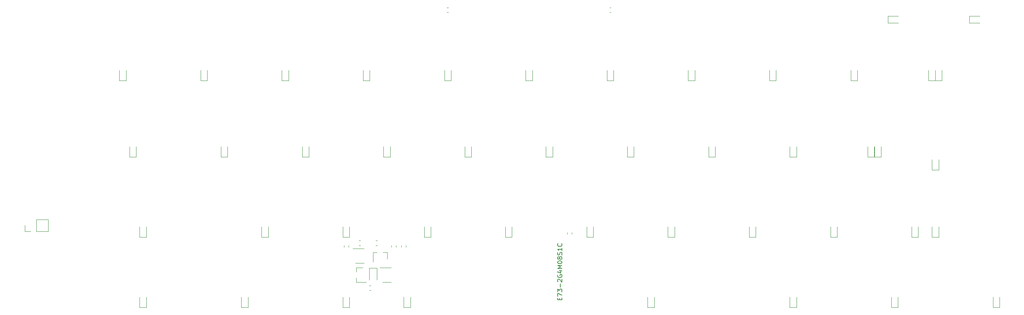
<source format=gto>
G04 #@! TF.GenerationSoftware,KiCad,Pcbnew,(5.1.5-0-10_14)*
G04 #@! TF.CreationDate,2020-12-02T09:52:56-06:00*
G04 #@! TF.ProjectId,nrfmicro,6e72666d-6963-4726-9f2e-6b696361645f,rev?*
G04 #@! TF.SameCoordinates,Original*
G04 #@! TF.FileFunction,Legend,Top*
G04 #@! TF.FilePolarity,Positive*
%FSLAX46Y46*%
G04 Gerber Fmt 4.6, Leading zero omitted, Abs format (unit mm)*
G04 Created by KiCad (PCBNEW (5.1.5-0-10_14)) date 2020-12-02 09:52:56*
%MOMM*%
%LPD*%
G04 APERTURE LIST*
%ADD10C,0.120000*%
%ADD11C,0.150000*%
G04 APERTURE END LIST*
D10*
X92400000Y-75848307D02*
X89950000Y-75848307D01*
X90600000Y-79068307D02*
X92400000Y-79068307D01*
X98400000Y-80098305D02*
X95950000Y-80098305D01*
X96600000Y-83318305D02*
X98400000Y-83318305D01*
X95412779Y-74114975D02*
X95087221Y-74114975D01*
X95412779Y-75134975D02*
X95087221Y-75134975D01*
X87990000Y-75170529D02*
X87990000Y-75496087D01*
X89010000Y-75170529D02*
X89010000Y-75496087D01*
X100740000Y-75170529D02*
X100740000Y-75496087D01*
X101760000Y-75170529D02*
X101760000Y-75496087D01*
X99510000Y-75496087D02*
X99510000Y-75170529D01*
X98490000Y-75496087D02*
X98490000Y-75170529D01*
X91662779Y-74114975D02*
X91337221Y-74114975D01*
X91662779Y-75134975D02*
X91337221Y-75134975D01*
X138510000Y-72662755D02*
X138510000Y-72337197D01*
X137490000Y-72662755D02*
X137490000Y-72337197D01*
X146837221Y-23426666D02*
X147162779Y-23426666D01*
X146837221Y-22406666D02*
X147162779Y-22406666D01*
X111162779Y-22406666D02*
X110837221Y-22406666D01*
X111162779Y-23426666D02*
X110837221Y-23426666D01*
X93587221Y-85051637D02*
X93912779Y-85051637D01*
X93587221Y-84031637D02*
X93912779Y-84031637D01*
X97580000Y-76698307D02*
X97580000Y-78158307D01*
X94420000Y-76698307D02*
X94420000Y-78858307D01*
X94420000Y-76698307D02*
X95350000Y-76698307D01*
X97580000Y-76698307D02*
X96650000Y-76698307D01*
X90740000Y-80128305D02*
X92200000Y-80128305D01*
X90740000Y-83288305D02*
X92900000Y-83288305D01*
X90740000Y-83288305D02*
X90740000Y-82358305D01*
X90740000Y-80128305D02*
X90740000Y-81058305D01*
X95350000Y-80208305D02*
X95350000Y-82758305D01*
X93650000Y-80208305D02*
X93650000Y-82758305D01*
X95350000Y-80208305D02*
X93650000Y-80208305D01*
X226515000Y-25776665D02*
X228800000Y-25776665D01*
X226515000Y-24306665D02*
X226515000Y-25776665D01*
X228800000Y-24306665D02*
X226515000Y-24306665D01*
X208515000Y-25776665D02*
X210800000Y-25776665D01*
X208515000Y-24306665D02*
X208515000Y-25776665D01*
X210800000Y-24306665D02*
X208515000Y-24306665D01*
X233235000Y-88859969D02*
X233235000Y-86574969D01*
X231765000Y-88859969D02*
X233235000Y-88859969D01*
X231765000Y-86574969D02*
X231765000Y-88859969D01*
X210735000Y-88859969D02*
X210735000Y-86574969D01*
X209265000Y-88859969D02*
X210735000Y-88859969D01*
X209265000Y-86574969D02*
X209265000Y-88859969D01*
X188235000Y-88859969D02*
X188235000Y-86574969D01*
X186765000Y-88859969D02*
X188235000Y-88859969D01*
X186765000Y-86574969D02*
X186765000Y-88859969D01*
X156735000Y-88859969D02*
X156735000Y-86574969D01*
X155265000Y-88859969D02*
X156735000Y-88859969D01*
X155265000Y-86574969D02*
X155265000Y-88859969D01*
X219735000Y-58401650D02*
X219735000Y-56116650D01*
X218265000Y-58401650D02*
X219735000Y-58401650D01*
X218265000Y-56116650D02*
X218265000Y-58401650D01*
X102735000Y-88859969D02*
X102735000Y-86574969D01*
X101265000Y-88859969D02*
X102735000Y-88859969D01*
X101265000Y-86574969D02*
X101265000Y-88859969D01*
X220485000Y-38568326D02*
X220485000Y-36283326D01*
X219015000Y-38568326D02*
X220485000Y-38568326D01*
X219015000Y-36283326D02*
X219015000Y-38568326D01*
X89235000Y-88859969D02*
X89235000Y-86574969D01*
X87765000Y-88859969D02*
X89235000Y-88859969D01*
X87765000Y-86574969D02*
X87765000Y-88859969D01*
X66735000Y-88859969D02*
X66735000Y-86574969D01*
X65265000Y-88859969D02*
X66735000Y-88859969D01*
X65265000Y-86574969D02*
X65265000Y-88859969D01*
X44235000Y-88859969D02*
X44235000Y-86574969D01*
X42765000Y-88859969D02*
X44235000Y-88859969D01*
X42765000Y-86574969D02*
X42765000Y-88859969D01*
X219735000Y-73276643D02*
X219735000Y-70991643D01*
X218265000Y-73276643D02*
X219735000Y-73276643D01*
X218265000Y-70991643D02*
X218265000Y-73276643D01*
X215235000Y-73276643D02*
X215235000Y-70991643D01*
X213765000Y-73276643D02*
X215235000Y-73276643D01*
X213765000Y-70991643D02*
X213765000Y-73276643D01*
X197235000Y-73276643D02*
X197235000Y-70991643D01*
X195765000Y-73276643D02*
X197235000Y-73276643D01*
X195765000Y-70991643D02*
X195765000Y-73276643D01*
X179235000Y-73276643D02*
X179235000Y-70991643D01*
X177765000Y-73276643D02*
X179235000Y-73276643D01*
X177765000Y-70991643D02*
X177765000Y-73276643D01*
X161235000Y-73276643D02*
X161235000Y-70991643D01*
X159765000Y-73276643D02*
X161235000Y-73276643D01*
X159765000Y-70991643D02*
X159765000Y-73276643D01*
X143235000Y-73276643D02*
X143235000Y-70991643D01*
X141765000Y-73276643D02*
X143235000Y-73276643D01*
X141765000Y-70991643D02*
X141765000Y-73276643D01*
X125235000Y-73276643D02*
X125235000Y-70991643D01*
X123765000Y-73276643D02*
X125235000Y-73276643D01*
X123765000Y-70991643D02*
X123765000Y-73276643D01*
X107235000Y-73276643D02*
X107235000Y-70991643D01*
X105765000Y-73276643D02*
X107235000Y-73276643D01*
X105765000Y-70991643D02*
X105765000Y-73276643D01*
X89235000Y-73276643D02*
X89235000Y-70991643D01*
X87765000Y-73276643D02*
X89235000Y-73276643D01*
X87765000Y-70991643D02*
X87765000Y-73276643D01*
X71235000Y-73276643D02*
X71235000Y-70991643D01*
X69765000Y-73276643D02*
X71235000Y-73276643D01*
X69765000Y-70991643D02*
X69765000Y-73276643D01*
X44235000Y-73276643D02*
X44235000Y-70991643D01*
X42765000Y-73276643D02*
X44235000Y-73276643D01*
X42765000Y-70991643D02*
X42765000Y-73276643D01*
X206985000Y-55568318D02*
X206985000Y-53283318D01*
X205515000Y-55568318D02*
X206985000Y-55568318D01*
X205515000Y-53283318D02*
X205515000Y-55568318D01*
X205485000Y-55568318D02*
X205485000Y-53283318D01*
X204015000Y-55568318D02*
X205485000Y-55568318D01*
X204015000Y-53283318D02*
X204015000Y-55568318D01*
X188235000Y-55568318D02*
X188235000Y-53283318D01*
X186765000Y-55568318D02*
X188235000Y-55568318D01*
X186765000Y-53283318D02*
X186765000Y-55568318D01*
X170235000Y-55568318D02*
X170235000Y-53283318D01*
X168765000Y-55568318D02*
X170235000Y-55568318D01*
X168765000Y-53283318D02*
X168765000Y-55568318D01*
X152235000Y-55568318D02*
X152235000Y-53283318D01*
X150765000Y-55568318D02*
X152235000Y-55568318D01*
X150765000Y-53283318D02*
X150765000Y-55568318D01*
X134235000Y-55568318D02*
X134235000Y-53283318D01*
X132765000Y-55568318D02*
X134235000Y-55568318D01*
X132765000Y-53283318D02*
X132765000Y-55568318D01*
X116235000Y-55568318D02*
X116235000Y-53283318D01*
X114765000Y-55568318D02*
X116235000Y-55568318D01*
X114765000Y-53283318D02*
X114765000Y-55568318D01*
X98235000Y-55568318D02*
X98235000Y-53283318D01*
X96765000Y-55568318D02*
X98235000Y-55568318D01*
X96765000Y-53283318D02*
X96765000Y-55568318D01*
X80235000Y-55568318D02*
X80235000Y-53283318D01*
X78765000Y-55568318D02*
X80235000Y-55568318D01*
X78765000Y-53283318D02*
X78765000Y-55568318D01*
X62235000Y-55568318D02*
X62235000Y-53283318D01*
X60765000Y-55568318D02*
X62235000Y-55568318D01*
X60765000Y-53283318D02*
X60765000Y-55568318D01*
X41985000Y-55568318D02*
X41985000Y-53283318D01*
X40515000Y-55568318D02*
X41985000Y-55568318D01*
X40515000Y-53283318D02*
X40515000Y-55568318D01*
X218985000Y-38568326D02*
X218985000Y-36283326D01*
X217515000Y-38568326D02*
X218985000Y-38568326D01*
X217515000Y-36283326D02*
X217515000Y-38568326D01*
X201735000Y-38568326D02*
X201735000Y-36283326D01*
X200265000Y-38568326D02*
X201735000Y-38568326D01*
X200265000Y-36283326D02*
X200265000Y-38568326D01*
X183735000Y-38568326D02*
X183735000Y-36283326D01*
X182265000Y-38568326D02*
X183735000Y-38568326D01*
X182265000Y-36283326D02*
X182265000Y-38568326D01*
X165735000Y-38568326D02*
X165735000Y-36283326D01*
X164265000Y-38568326D02*
X165735000Y-38568326D01*
X164265000Y-36283326D02*
X164265000Y-38568326D01*
X147735000Y-38568326D02*
X147735000Y-36283326D01*
X146265000Y-38568326D02*
X147735000Y-38568326D01*
X146265000Y-36283326D02*
X146265000Y-38568326D01*
X129735000Y-38568326D02*
X129735000Y-36283326D01*
X128265000Y-38568326D02*
X129735000Y-38568326D01*
X128265000Y-36283326D02*
X128265000Y-38568326D01*
X111735000Y-38568326D02*
X111735000Y-36283326D01*
X110265000Y-38568326D02*
X111735000Y-38568326D01*
X110265000Y-36283326D02*
X110265000Y-38568326D01*
X93735000Y-38568326D02*
X93735000Y-36283326D01*
X92265000Y-38568326D02*
X93735000Y-38568326D01*
X92265000Y-36283326D02*
X92265000Y-38568326D01*
X75735000Y-38568326D02*
X75735000Y-36283326D01*
X74265000Y-38568326D02*
X75735000Y-38568326D01*
X74265000Y-36283326D02*
X74265000Y-38568326D01*
X57735000Y-38568326D02*
X57735000Y-36283326D01*
X56265000Y-38568326D02*
X57735000Y-38568326D01*
X56265000Y-36283326D02*
X56265000Y-38568326D01*
X39735000Y-38568326D02*
X39735000Y-36283326D01*
X38265000Y-38568326D02*
X39735000Y-38568326D01*
X38265000Y-36283326D02*
X38265000Y-38568326D01*
X17288750Y-72042500D02*
X17288750Y-70712500D01*
X18618750Y-72042500D02*
X17288750Y-72042500D01*
X19888750Y-72042500D02*
X19888750Y-69382500D01*
X19888750Y-69382500D02*
X22488750Y-69382500D01*
X19888750Y-72042500D02*
X22488750Y-72042500D01*
X22488750Y-72042500D02*
X22488750Y-69382500D01*
D11*
X135803571Y-87214285D02*
X135803571Y-86880952D01*
X136327380Y-86738095D02*
X136327380Y-87214285D01*
X135327380Y-87214285D01*
X135327380Y-86738095D01*
X135327380Y-86404761D02*
X135327380Y-85738095D01*
X136327380Y-86166666D01*
X135327380Y-85452380D02*
X135327380Y-84833333D01*
X135708333Y-85166666D01*
X135708333Y-85023809D01*
X135755952Y-84928571D01*
X135803571Y-84880952D01*
X135898809Y-84833333D01*
X136136904Y-84833333D01*
X136232142Y-84880952D01*
X136279761Y-84928571D01*
X136327380Y-85023809D01*
X136327380Y-85309523D01*
X136279761Y-85404761D01*
X136232142Y-85452380D01*
X135946428Y-84404761D02*
X135946428Y-83642857D01*
X135422619Y-83214285D02*
X135375000Y-83166666D01*
X135327380Y-83071428D01*
X135327380Y-82833333D01*
X135375000Y-82738095D01*
X135422619Y-82690476D01*
X135517857Y-82642857D01*
X135613095Y-82642857D01*
X135755952Y-82690476D01*
X136327380Y-83261904D01*
X136327380Y-82642857D01*
X135375000Y-81690476D02*
X135327380Y-81785714D01*
X135327380Y-81928571D01*
X135375000Y-82071428D01*
X135470238Y-82166666D01*
X135565476Y-82214285D01*
X135755952Y-82261904D01*
X135898809Y-82261904D01*
X136089285Y-82214285D01*
X136184523Y-82166666D01*
X136279761Y-82071428D01*
X136327380Y-81928571D01*
X136327380Y-81833333D01*
X136279761Y-81690476D01*
X136232142Y-81642857D01*
X135898809Y-81642857D01*
X135898809Y-81833333D01*
X135660714Y-80785714D02*
X136327380Y-80785714D01*
X135279761Y-81023809D02*
X135994047Y-81261904D01*
X135994047Y-80642857D01*
X136327380Y-80261904D02*
X135327380Y-80261904D01*
X136041666Y-79928571D01*
X135327380Y-79595238D01*
X136327380Y-79595238D01*
X135327380Y-78928571D02*
X135327380Y-78833333D01*
X135375000Y-78738095D01*
X135422619Y-78690476D01*
X135517857Y-78642857D01*
X135708333Y-78595238D01*
X135946428Y-78595238D01*
X136136904Y-78642857D01*
X136232142Y-78690476D01*
X136279761Y-78738095D01*
X136327380Y-78833333D01*
X136327380Y-78928571D01*
X136279761Y-79023809D01*
X136232142Y-79071428D01*
X136136904Y-79119047D01*
X135946428Y-79166666D01*
X135708333Y-79166666D01*
X135517857Y-79119047D01*
X135422619Y-79071428D01*
X135375000Y-79023809D01*
X135327380Y-78928571D01*
X135755952Y-78023809D02*
X135708333Y-78119047D01*
X135660714Y-78166666D01*
X135565476Y-78214285D01*
X135517857Y-78214285D01*
X135422619Y-78166666D01*
X135375000Y-78119047D01*
X135327380Y-78023809D01*
X135327380Y-77833333D01*
X135375000Y-77738095D01*
X135422619Y-77690476D01*
X135517857Y-77642857D01*
X135565476Y-77642857D01*
X135660714Y-77690476D01*
X135708333Y-77738095D01*
X135755952Y-77833333D01*
X135755952Y-78023809D01*
X135803571Y-78119047D01*
X135851190Y-78166666D01*
X135946428Y-78214285D01*
X136136904Y-78214285D01*
X136232142Y-78166666D01*
X136279761Y-78119047D01*
X136327380Y-78023809D01*
X136327380Y-77833333D01*
X136279761Y-77738095D01*
X136232142Y-77690476D01*
X136136904Y-77642857D01*
X135946428Y-77642857D01*
X135851190Y-77690476D01*
X135803571Y-77738095D01*
X135755952Y-77833333D01*
X136279761Y-77261904D02*
X136327380Y-77119047D01*
X136327380Y-76880952D01*
X136279761Y-76785714D01*
X136232142Y-76738095D01*
X136136904Y-76690476D01*
X136041666Y-76690476D01*
X135946428Y-76738095D01*
X135898809Y-76785714D01*
X135851190Y-76880952D01*
X135803571Y-77071428D01*
X135755952Y-77166666D01*
X135708333Y-77214285D01*
X135613095Y-77261904D01*
X135517857Y-77261904D01*
X135422619Y-77214285D01*
X135375000Y-77166666D01*
X135327380Y-77071428D01*
X135327380Y-76833333D01*
X135375000Y-76690476D01*
X136327380Y-75738095D02*
X136327380Y-76309523D01*
X136327380Y-76023809D02*
X135327380Y-76023809D01*
X135470238Y-76119047D01*
X135565476Y-76214285D01*
X135613095Y-76309523D01*
X136232142Y-74738095D02*
X136279761Y-74785714D01*
X136327380Y-74928571D01*
X136327380Y-75023809D01*
X136279761Y-75166666D01*
X136184523Y-75261904D01*
X136089285Y-75309523D01*
X135898809Y-75357142D01*
X135755952Y-75357142D01*
X135565476Y-75309523D01*
X135470238Y-75261904D01*
X135375000Y-75166666D01*
X135327380Y-75023809D01*
X135327380Y-74928571D01*
X135375000Y-74785714D01*
X135422619Y-74738095D01*
M02*

</source>
